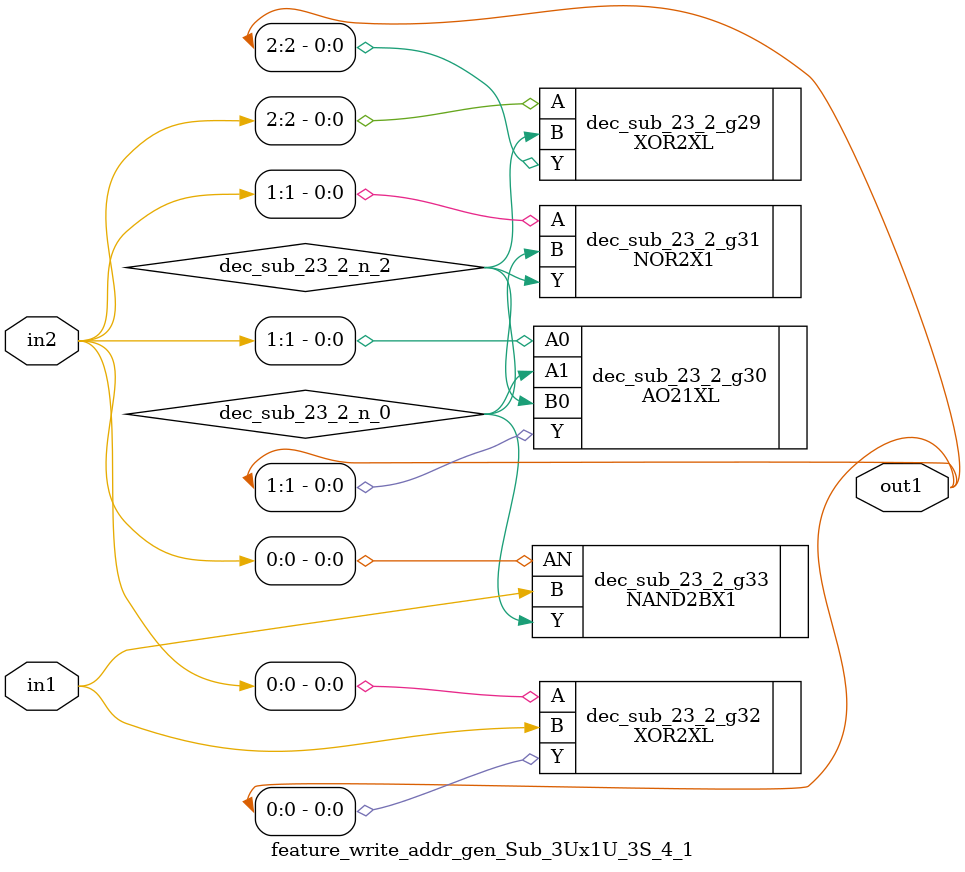
<source format=v>
`timescale 1ps / 1ps


module feature_write_addr_gen_Sub_3Ux1U_3S_4_1(in2, in1, out1);
  input [2:0] in2;
  input in1;
  output [2:0] out1;
  wire [2:0] in2;
  wire in1;
  wire [2:0] out1;
  wire dec_sub_23_2_n_0, dec_sub_23_2_n_2;
  XOR2XL dec_sub_23_2_g29(.A (in2[2]), .B (dec_sub_23_2_n_2), .Y
       (out1[2]));
  AO21XL dec_sub_23_2_g30(.A0 (in2[1]), .A1 (dec_sub_23_2_n_0), .B0
       (dec_sub_23_2_n_2), .Y (out1[1]));
  NOR2X1 dec_sub_23_2_g31(.A (in2[1]), .B (dec_sub_23_2_n_0), .Y
       (dec_sub_23_2_n_2));
  XOR2XL dec_sub_23_2_g32(.A (in2[0]), .B (in1), .Y (out1[0]));
  NAND2BX1 dec_sub_23_2_g33(.AN (in2[0]), .B (in1), .Y
       (dec_sub_23_2_n_0));
endmodule



</source>
